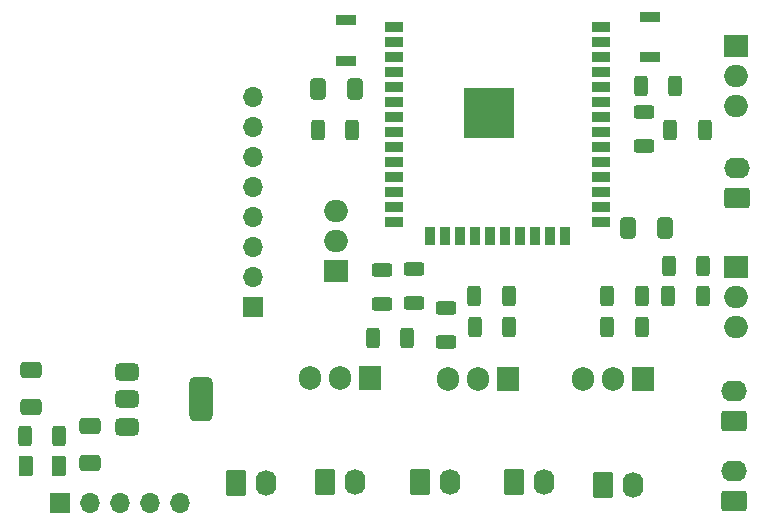
<source format=gbr>
%TF.GenerationSoftware,KiCad,Pcbnew,8.0.5-8.0.5-0~ubuntu22.04.1*%
%TF.CreationDate,2025-05-20T11:09:25+05:30*%
%TF.ProjectId,esp32_nichrome_wire,65737033-325f-46e6-9963-68726f6d655f,rev?*%
%TF.SameCoordinates,Original*%
%TF.FileFunction,Soldermask,Top*%
%TF.FilePolarity,Negative*%
%FSLAX46Y46*%
G04 Gerber Fmt 4.6, Leading zero omitted, Abs format (unit mm)*
G04 Created by KiCad (PCBNEW 8.0.5-8.0.5-0~ubuntu22.04.1) date 2025-05-20 11:09:25*
%MOMM*%
%LPD*%
G01*
G04 APERTURE LIST*
G04 Aperture macros list*
%AMRoundRect*
0 Rectangle with rounded corners*
0 $1 Rounding radius*
0 $2 $3 $4 $5 $6 $7 $8 $9 X,Y pos of 4 corners*
0 Add a 4 corners polygon primitive as box body*
4,1,4,$2,$3,$4,$5,$6,$7,$8,$9,$2,$3,0*
0 Add four circle primitives for the rounded corners*
1,1,$1+$1,$2,$3*
1,1,$1+$1,$4,$5*
1,1,$1+$1,$6,$7*
1,1,$1+$1,$8,$9*
0 Add four rect primitives between the rounded corners*
20,1,$1+$1,$2,$3,$4,$5,0*
20,1,$1+$1,$4,$5,$6,$7,0*
20,1,$1+$1,$6,$7,$8,$9,0*
20,1,$1+$1,$8,$9,$2,$3,0*%
G04 Aperture macros list end*
%ADD10RoundRect,0.250000X-0.620000X-0.845000X0.620000X-0.845000X0.620000X0.845000X-0.620000X0.845000X0*%
%ADD11O,1.740000X2.190000*%
%ADD12R,1.905000X2.000000*%
%ADD13O,1.905000X2.000000*%
%ADD14RoundRect,0.250000X-0.412500X-0.650000X0.412500X-0.650000X0.412500X0.650000X-0.412500X0.650000X0*%
%ADD15RoundRect,0.250000X-0.312500X-0.625000X0.312500X-0.625000X0.312500X0.625000X-0.312500X0.625000X0*%
%ADD16RoundRect,0.250000X0.845000X-0.620000X0.845000X0.620000X-0.845000X0.620000X-0.845000X-0.620000X0*%
%ADD17O,2.190000X1.740000*%
%ADD18RoundRect,0.250000X0.312500X0.625000X-0.312500X0.625000X-0.312500X-0.625000X0.312500X-0.625000X0*%
%ADD19RoundRect,0.375000X-0.625000X-0.375000X0.625000X-0.375000X0.625000X0.375000X-0.625000X0.375000X0*%
%ADD20RoundRect,0.500000X-0.500000X-1.400000X0.500000X-1.400000X0.500000X1.400000X-0.500000X1.400000X0*%
%ADD21RoundRect,0.250000X-0.650000X0.412500X-0.650000X-0.412500X0.650000X-0.412500X0.650000X0.412500X0*%
%ADD22R,2.000000X1.905000*%
%ADD23O,2.000000X1.905000*%
%ADD24RoundRect,0.250000X0.625000X-0.312500X0.625000X0.312500X-0.625000X0.312500X-0.625000X-0.312500X0*%
%ADD25R,1.700000X0.900000*%
%ADD26RoundRect,0.250000X-0.625000X0.312500X-0.625000X-0.312500X0.625000X-0.312500X0.625000X0.312500X0*%
%ADD27RoundRect,0.250000X0.650000X-0.412500X0.650000X0.412500X-0.650000X0.412500X-0.650000X-0.412500X0*%
%ADD28R,1.700000X1.700000*%
%ADD29O,1.700000X1.700000*%
%ADD30R,1.500000X0.900000*%
%ADD31R,0.900000X1.500000*%
%ADD32R,4.200000X4.200000*%
%ADD33RoundRect,0.250000X0.375000X0.625000X-0.375000X0.625000X-0.375000X-0.625000X0.375000X-0.625000X0*%
G04 APERTURE END LIST*
D10*
%TO.C,J3*%
X-69305000Y-59365000D03*
D11*
X-66765000Y-59365000D03*
%TD*%
D12*
%TO.C,Q4*%
X-46325000Y-50520000D03*
D13*
X-48865000Y-50520000D03*
X-51405000Y-50520000D03*
%TD*%
D14*
%TO.C,C2*%
X-36190000Y-37765000D03*
X-33065000Y-37765000D03*
%TD*%
D10*
%TO.C,J9*%
X-61805000Y-59265000D03*
D11*
X-59265000Y-59265000D03*
%TD*%
D15*
%TO.C,R7*%
X-37927500Y-46165000D03*
X-35002500Y-46165000D03*
%TD*%
D16*
%TO.C,J5*%
X-27145000Y-54105000D03*
D17*
X-27145000Y-51565000D03*
%TD*%
D18*
%TO.C,R4*%
X-29840000Y-43465000D03*
X-32765000Y-43465000D03*
%TD*%
D19*
%TO.C,U2*%
X-78615000Y-49965000D03*
X-78615000Y-52265000D03*
D20*
X-72315000Y-52265000D03*
D19*
X-78615000Y-54565000D03*
%TD*%
D12*
%TO.C,Q6*%
X-57965000Y-50465000D03*
D13*
X-60505000Y-50465000D03*
X-63045000Y-50465000D03*
%TD*%
D15*
%TO.C,R15*%
X-32562500Y-29450000D03*
X-29637500Y-29450000D03*
%TD*%
D10*
%TO.C,J7*%
X-45805000Y-59265000D03*
D11*
X-43265000Y-59265000D03*
%TD*%
D21*
%TO.C,C4*%
X-86665000Y-49802500D03*
X-86665000Y-52927500D03*
%TD*%
D15*
%TO.C,R9*%
X-49127500Y-46165000D03*
X-46202500Y-46165000D03*
%TD*%
D22*
%TO.C,Q2*%
X-27045000Y-41025000D03*
D23*
X-27045000Y-43565000D03*
X-27045000Y-46105000D03*
%TD*%
D18*
%TO.C,R8*%
X-46240000Y-43465000D03*
X-49165000Y-43465000D03*
%TD*%
D15*
%TO.C,R5*%
X-32690000Y-40965000D03*
X-29765000Y-40965000D03*
%TD*%
D16*
%TO.C,J4*%
X-26945000Y-35165000D03*
D17*
X-26945000Y-32625000D03*
%TD*%
D24*
%TO.C,R12*%
X-51565000Y-47427500D03*
X-51565000Y-44502500D03*
%TD*%
D25*
%TO.C,SW2*%
X-34265000Y-23300000D03*
X-34265000Y-19900000D03*
%TD*%
D26*
%TO.C,R10*%
X-54265000Y-41202500D03*
X-54265000Y-44127500D03*
%TD*%
D22*
%TO.C,Q5*%
X-60865000Y-41365000D03*
D23*
X-60865000Y-38825000D03*
X-60865000Y-36285000D03*
%TD*%
D25*
%TO.C,SW1*%
X-60065000Y-20165000D03*
X-60065000Y-23565000D03*
%TD*%
D15*
%TO.C,R14*%
X-87215000Y-55365000D03*
X-84290000Y-55365000D03*
%TD*%
D27*
%TO.C,C3*%
X-81665000Y-57627500D03*
X-81665000Y-54502500D03*
%TD*%
D10*
%TO.C,J2*%
X-53805000Y-59265000D03*
D11*
X-51265000Y-59265000D03*
%TD*%
D15*
%TO.C,R2*%
X-35090000Y-25765000D03*
X-32165000Y-25765000D03*
%TD*%
D12*
%TO.C,Q3*%
X-34925000Y-50520000D03*
D13*
X-37465000Y-50520000D03*
X-40005000Y-50520000D03*
%TD*%
D24*
%TO.C,R11*%
X-56965000Y-44190000D03*
X-56965000Y-41265000D03*
%TD*%
D15*
%TO.C,R1*%
X-62427500Y-29465000D03*
X-59502500Y-29465000D03*
%TD*%
D18*
%TO.C,R6*%
X-35002500Y-43465000D03*
X-37927500Y-43465000D03*
%TD*%
D10*
%TO.C,J6*%
X-38305000Y-59465000D03*
D11*
X-35765000Y-59465000D03*
%TD*%
D24*
%TO.C,R3*%
X-34765000Y-30827500D03*
X-34765000Y-27902500D03*
%TD*%
D16*
%TO.C,J8*%
X-27165000Y-60865000D03*
D17*
X-27165000Y-58325000D03*
%TD*%
D28*
%TO.C,U3*%
X-67895000Y-44440000D03*
D29*
X-67895000Y-41900000D03*
X-67895000Y-39360000D03*
X-67895000Y-36820000D03*
X-67895000Y-34280000D03*
X-67895000Y-31740000D03*
X-67895000Y-29200000D03*
X-67895000Y-26660000D03*
%TD*%
D22*
%TO.C,Q1*%
X-27045000Y-22325000D03*
D23*
X-27045000Y-24865000D03*
X-27045000Y-27405000D03*
%TD*%
D28*
%TO.C,J1*%
X-84285000Y-61065000D03*
D29*
X-81745000Y-61065000D03*
X-79205000Y-61065000D03*
X-76665000Y-61065000D03*
X-74125000Y-61065000D03*
%TD*%
D14*
%TO.C,C1*%
X-62427500Y-25965000D03*
X-59302500Y-25965000D03*
%TD*%
D30*
%TO.C,U1*%
X-55955000Y-20705000D03*
X-55955000Y-21975000D03*
X-55955000Y-23245000D03*
X-55955000Y-24515000D03*
X-55955000Y-25785000D03*
X-55955000Y-27055000D03*
X-55955000Y-28325000D03*
X-55955000Y-29595000D03*
X-55955000Y-30865000D03*
X-55955000Y-32135000D03*
X-55955000Y-33405000D03*
X-55955000Y-34675000D03*
X-55955000Y-35945000D03*
X-55955000Y-37215000D03*
D31*
X-52915000Y-38465000D03*
X-51645000Y-38465000D03*
X-50375000Y-38465000D03*
X-49105000Y-38465000D03*
X-47835000Y-38465000D03*
X-46565000Y-38465000D03*
X-45295000Y-38465000D03*
X-44025000Y-38465000D03*
X-42755000Y-38465000D03*
X-41485000Y-38465000D03*
D30*
X-38455000Y-37215000D03*
X-38455000Y-35945000D03*
X-38455000Y-34675000D03*
X-38455000Y-33405000D03*
X-38455000Y-32135000D03*
X-38455000Y-30865000D03*
X-38455000Y-29595000D03*
X-38455000Y-28325000D03*
X-38455000Y-27055000D03*
X-38455000Y-25785000D03*
X-38455000Y-24515000D03*
X-38455000Y-23245000D03*
X-38455000Y-21975000D03*
X-38455000Y-20705000D03*
D32*
X-47885000Y-28045000D03*
%TD*%
D18*
%TO.C,R13*%
X-54840000Y-47065000D03*
X-57765000Y-47065000D03*
%TD*%
D33*
%TO.C,D1*%
X-84315000Y-57890000D03*
X-87115000Y-57890000D03*
%TD*%
M02*

</source>
